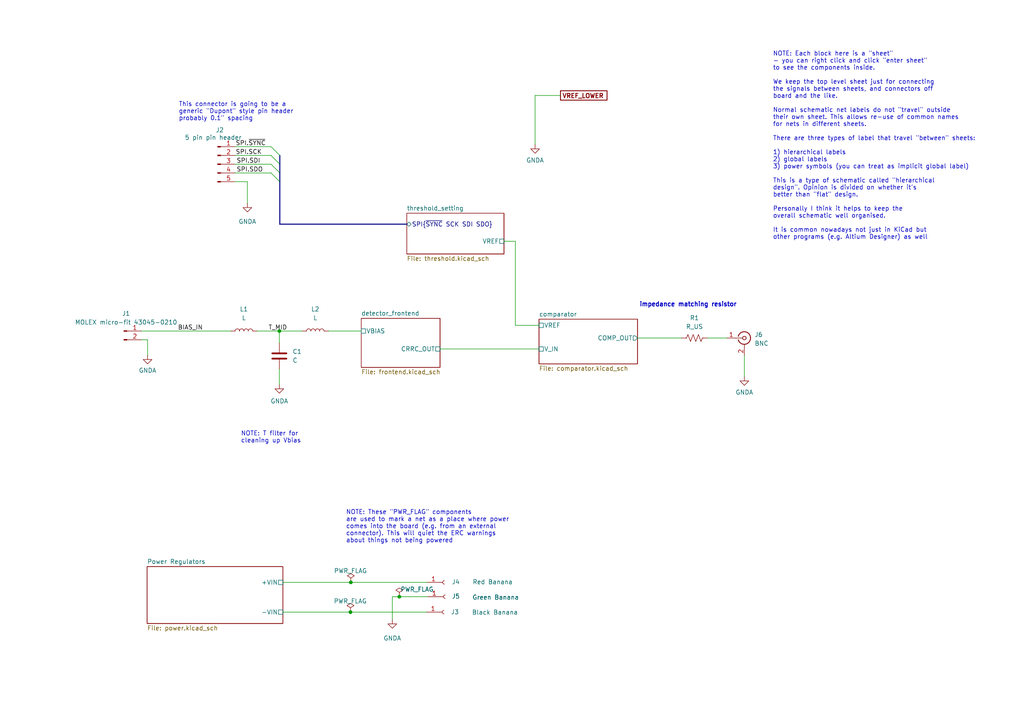
<source format=kicad_sch>
(kicad_sch (version 20231120) (generator "eeschema") (generator_version "8.0")
  (paper "A4")
  (title_block (title "AITL Simple Cosmic Ray Detector") (company "University of Oxford") (comment 1 "design by: Dan Weatherill"))
  (lib_symbols
    (symbol "Connector:Conn_01x01_Female" (pin_names (offset 1.016) hide)
      (property "Reference" "J" (at 0 2.54 0))
      (property "Value" "Conn_01x01_Female" (at 0 -2.54 0))
      (symbol "Conn_01x01_Female_1_1"
        (polyline (pts (xy -1.27 0) (xy -0.508 0)) (stroke (width 0.1524)))
        (arc (start 0 0.508) (mid -0.5058 0) (end 0 -0.508) (stroke (width 0.1524)))
        (pin passive line (at -5.08 0 0) (length 3.81) (name "Pin_1") (number "1"))
      )
    )
    (symbol "Connector:Conn_01x02_Male" (pin_names (offset 1.016) hide)
      (property "Reference" "J" (at 0 2.54 0))
      (property "Value" "Conn_01x02_Male" (at 0 -5.08 0))
      (symbol "Conn_01x02_Male_1_1"
        (polyline (pts (xy 1.27 -2.54) (xy 0.8636 -2.54)) (stroke (width 0.1524)))
        (polyline (pts (xy 1.27 0) (xy 0.8636 0)) (stroke (width 0.1524)))
        (rectangle (start 0.8636 -2.413) (end 0 -2.667) (stroke (width 0.1524)) (fill (type outline)))
        (rectangle (start 0.8636 0.127) (end 0 -0.127) (stroke (width 0.1524)) (fill (type outline)))
        (pin passive line (at 5.08 0 180) (length 3.81) (name "Pin_1") (number "1"))
        (pin passive line (at 5.08 -2.54 180) (length 3.81) (name "Pin_2") (number "2"))
      )
    )
    (symbol "Connector:Conn_01x05_Male" (pin_names (offset 1.016) hide)
      (property "Reference" "J" (at 0 7.62 0))
      (property "Value" "Conn_01x05_Male" (at 0 -7.62 0))
      (symbol "Conn_01x05_Male_1_1"
        (polyline (pts (xy 1.27 -5.08) (xy 0.8636 -5.08)) (stroke (width 0.1524)))
        (polyline (pts (xy 1.27 -2.54) (xy 0.8636 -2.54)) (stroke (width 0.1524)))
        (polyline (pts (xy 1.27 0) (xy 0.8636 0)) (stroke (width 0.1524)))
        (polyline (pts (xy 1.27 2.54) (xy 0.8636 2.54)) (stroke (width 0.1524)))
        (polyline (pts (xy 1.27 5.08) (xy 0.8636 5.08)) (stroke (width 0.1524)))
        (rectangle (start 0.8636 -4.953) (end 0 -5.207) (stroke (width 0.1524)) (fill (type outline)))
        (rectangle (start 0.8636 -2.413) (end 0 -2.667) (stroke (width 0.1524)) (fill (type outline)))
        (rectangle (start 0.8636 0.127) (end 0 -0.127) (stroke (width 0.1524)) (fill (type outline)))
        (rectangle (start 0.8636 2.667) (end 0 2.413) (stroke (width 0.1524)) (fill (type outline)))
        (rectangle (start 0.8636 5.207) (end 0 4.953) (stroke (width 0.1524)) (fill (type outline)))
        (pin passive line (at 5.08 5.08 180) (length 3.81) (name "Pin_1") (number "1"))
        (pin passive line (at 5.08 2.54 180) (length 3.81) (name "Pin_2") (number "2"))
        (pin passive line (at 5.08 0 180) (length 3.81) (name "Pin_3") (number "3"))
        (pin passive line (at 5.08 -2.54 180) (length 3.81) (name "Pin_4") (number "4"))
        (pin passive line (at 5.08 -5.08 180) (length 3.81) (name "Pin_5") (number "5"))
      )
    )
    (symbol "Connector:Conn_Coaxial" (pin_names (offset 1.016) hide)
      (property "Reference" "J" (at 0.254 3.048 0))
      (property "Value" "Conn_Coaxial" (at 2.921 0 90))
      (symbol "Conn_Coaxial_0_1"
        (arc (start -1.778 -0.508) (mid 0.2311 -1.8066) (end 1.778 0) (stroke (width 0.254)))
        (polyline (pts (xy -2.54 0) (xy -0.508 0)))
        (polyline (pts (xy 0 -2.54) (xy 0 -1.778)))
        (circle (center 0 0) (radius 0.508) (stroke (width 0.2032)))
        (arc (start 1.778 0) (mid 0.2099 1.8101) (end -1.778 0.508) (stroke (width 0.254)))
      )
      (symbol "Conn_Coaxial_1_1"
        (pin passive line (at -5.08 0 0) (length 2.54) (name "In") (number "1"))
        (pin passive line (at 0 -5.08 90) (length 2.54) (name "Ext") (number "2"))
      )
    )
    (symbol "Device:C" (pin_numbers hide) (pin_names (offset 0.254))
      (property "Reference" "C" (at 0.635 2.54 0))
      (property "Value" "C" (at 0.635 -2.54 0))
      (symbol "C_0_1"
        (polyline (pts (xy -2.032 -0.762) (xy 2.032 -0.762)) (stroke (width 0.508)))
        (polyline (pts (xy -2.032 0.762) (xy 2.032 0.762)) (stroke (width 0.508)))
      )
      (symbol "C_1_1"
        (pin passive line (at 0 3.81 270) (length 2.794) (name "~") (number "1"))
        (pin passive line (at 0 -3.81 90) (length 2.794) (name "~") (number "2"))
      )
    )
    (symbol "Device:L" (pin_numbers hide) (pin_names (offset 1.016) hide)
      (property "Reference" "L" (at -1.27 0 90))
      (property "Value" "L" (at 1.905 0 90))
      (symbol "L_0_1"
        (arc (start 0 -2.54) (mid 0.6323 -1.905) (end 0 -1.27))
        (arc (start 0 -1.27) (mid 0.6323 -0.635) (end 0 0))
        (arc (start 0 0) (mid 0.6323 0.635) (end 0 1.27))
        (arc (start 0 1.27) (mid 0.6323 1.905) (end 0 2.54))
      )
      (symbol "L_1_1"
        (pin passive line (at 0 3.81 270) (length 1.27) (name "1") (number "1"))
        (pin passive line (at 0 -3.81 90) (length 1.27) (name "2") (number "2"))
      )
    )
    (symbol "Device:R_US" (pin_numbers hide) (pin_names (offset 0))
      (property "Reference" "R" (at 2.54 0 90))
      (property "Value" "R_US" (at -2.54 0 90))
      (symbol "R_US_0_1"
        (polyline (pts (xy 0 -2.286) (xy 0 -2.54)))
        (polyline (pts (xy 0 2.286) (xy 0 2.54)))
        (polyline (pts (xy 0 -0.762) (xy 1.016 -1.143) (xy 0 -1.524) (xy -1.016 -1.905) (xy 0 -2.286)))
        (polyline (pts (xy 0 0.762) (xy 1.016 0.381) (xy 0 0) (xy -1.016 -0.381) (xy 0 -0.762)))
        (polyline (pts (xy 0 2.286) (xy 1.016 1.905) (xy 0 1.524) (xy -1.016 1.143) (xy 0 0.762)))
      )
      (symbol "R_US_1_1"
        (pin passive line (at 0 3.81 270) (length 1.27) (name "~") (number "1"))
        (pin passive line (at 0 -3.81 90) (length 1.27) (name "~") (number "2"))
      )
    )
    (symbol "power:GNDA" (power) (pin_names (offset 0))
      (property "Value" "GNDA" (at 0 -3.81 0))
      (symbol "GNDA_0_1"
        (polyline (pts (xy 0 0) (xy 0 -1.27) (xy 1.27 -1.27) (xy 0 -2.54) (xy -1.27 -1.27) (xy 0 -1.27)))
      )
      (symbol "GNDA_1_1"
        (pin power_in line (at 0 0 270) (length 0) hide (name "GNDA") (number "1"))
      )
    )
    (symbol "power:PWR_FLAG" (power) (pin_numbers hide) (pin_names (offset 0) hide)
      (property "Value" "PWR_FLAG" (at 0 3.81 0))
      (symbol "PWR_FLAG_0_0"
        (pin power_out line (at 0 0 90) (length 0) (name "pwr") (number "1"))
      )
      (symbol "PWR_FLAG_0_1"
        (polyline (pts (xy 0 0) (xy 0 1.27) (xy -1.016 1.905) (xy 0 2.54) (xy 1.016 1.905) (xy 0 1.27)))
      )
    )
  )
  (junction (at 101.6508 177.546))
  (junction (at 81.026 96.012))
  (junction (at 101.7524 168.91))
  (junction (at 115.824 173.0756))
  (bus_entry (at 81.153 52.705) (size -2.54 -2.54))
  (bus_entry (at 78.613 47.625) (size 2.54 2.54))
  (bus_entry (at 78.613 42.545) (size 2.54 2.54))
  (bus_entry (at 81.153 47.625) (size -2.54 -2.54))
  (wire (pts (xy 149.479 94.361) (xy 156.337 94.361)))
  (wire (pts (xy 71.755 52.705) (xy 71.755 58.928)))
  (wire (pts (xy 205.232 98.044) (xy 210.82 98.044)))
  (wire (pts (xy 68.199 45.085) (xy 78.613 45.085)))
  (bus (pts (xy 81.153 45.085) (xy 81.153 47.625)))
  (wire (pts (xy 215.9 103.124) (xy 215.9 109.22)))
  (wire (pts (xy 113.792 173.0756) (xy 113.792 179.6796)))
  (wire (pts (xy 146.177 69.977) (xy 149.479 69.977)))
  (wire (pts (xy 149.479 69.977) (xy 149.479 94.361)))
  (wire (pts (xy 95.25 96.012) (xy 104.775 96.012)))
  (wire (pts (xy 124.0536 173.0756) (xy 115.824 173.0756)))
  (bus (pts (xy 81.153 50.165) (xy 81.153 52.705)))
  (bus (pts (xy 81.153 52.705) (xy 81.153 65.024)))
  (wire (pts (xy 82.042 177.546) (xy 101.6508 177.546)))
  (wire (pts (xy 82.042 168.91) (xy 101.7524 168.91)))
  (wire (pts (xy 74.549 96.012) (xy 81.026 96.012)))
  (wire (pts (xy 184.912 98.044) (xy 197.612 98.044)))
  (wire (pts (xy 68.199 50.165) (xy 78.613 50.165)))
  (wire (pts (xy 68.199 42.545) (xy 78.613 42.545)))
  (wire (pts (xy 68.199 52.705) (xy 71.755 52.705)))
  (wire (pts (xy 81.026 99.441) (xy 81.026 96.012)))
  (wire (pts (xy 115.824 173.0756) (xy 113.792 173.0756)))
  (wire (pts (xy 155.194 27.686) (xy 162.56 27.686)))
  (bus (pts (xy 81.153 47.625) (xy 81.153 50.165)))
  (wire (pts (xy 101.7524 168.91) (xy 123.825 168.91)))
  (wire (pts (xy 41.021 98.552) (xy 42.799 98.552)))
  (wire (pts (xy 127.635 101.219) (xy 156.337 101.219)))
  (wire (pts (xy 41.021 96.012) (xy 66.929 96.012)))
  (wire (pts (xy 81.026 107.061) (xy 81.026 111.506)))
  (wire (pts (xy 101.6508 177.546) (xy 123.698 177.546)))
  (wire (pts (xy 81.026 96.012) (xy 87.63 96.012)))
  (bus (pts (xy 117.983 65.024) (xy 81.153 65.024)))
  (wire (pts (xy 42.799 102.997) (xy 42.799 98.552)))
  (wire (pts (xy 155.194 41.91) (xy 155.194 27.686)))
  (wire (pts (xy 68.199 47.625) (xy 78.613 47.625)))
  (text "NOTE: These \"PWR_FLAG\" components\nare used to mark a net as a place where power \ncomes into the board (e.g. from an external\nconnector). This will quiet the ERC warnings\nabout things not being powered" (at 100.33 157.607 0) (effects (font (size 1.27 1.27)) (justify left bottom)))
  (text "NOTE: Each block here is a \"sheet\"\n- you can right click and click \"enter sheet\"\nto see the components inside.\n\nWe keep the top level sheet just for connecting\nthe signals between sheets, and connectors off\nboard and the like.\n\nNormal schematic net labels do not \"travel\" outside\ntheir own sheet. This allows re-use of common names\nfor nets in different sheets. \n\nThere are three types of label that travel \"between\" sheets:\n\n1) hierarchical labels\n2) global labels\n3) power symbols (you can treat as implicit global label)\n\nThis is a type of schematic called \"hierarchical\ndesign\". Opinion is divided on whether it's\nbetter than \"flat\" design. \n\nPersonally I think it helps to keep the \noverall schematic well organised.\n\nIt is common nowadays not just in KiCad but\nother programs (e.g. Altium Designer) as well" (at 224.155 69.596 0) (effects (font (size 1.27 1.27)) (justify left bottom)))
  (text "NOTE: T filter for \ncleaning up Vbias" (at 69.85 128.651 0) (effects (font (size 1.27 1.27)) (justify left bottom)))
  (text "impedance matching resistor" (at 185.42 89.154 0) (effects (font (size 1.27 1.27) (thickness 0.254) (bold yes)) (justify left bottom)))
  (text "This connector is going to be a\ngeneric \"Dupont\" style pin header\nprobably 0.1\" spacing" (at 51.816 35.179 0) (effects (font (size 1.27 1.27)) (justify left bottom)))
  (label "SPI.SDO" (at 68.58 50.165 0))
  (label "SPI.SCK" (at 68.326 45.085 0))
  (label "SPI.~{SYNC}" (at 68.326 42.545 0))
  (label "SPI.SDI" (at 68.58 47.625 0))
  (label "BIAS_IN" (at 51.562 96.012 0))
  (label "T_MID" (at 77.8256 96.012 0))
  (global_label "VREF_LOWER" (shape passive) (at 162.56 27.686 0) (effects (font (bold yes))) (property "Intersheetrefs" "${INTERSHEET_REFS}" (effects (hide yes))))
  (symbol (lib_id "power:GNDA") (at 42.799 102.997 0) (unit 1)
    (property "Reference" "#PWR01" (effects (hide yes)))
    (property "Value" "GNDA" (at 42.799 107.442 0))
  )
  (symbol (lib_id "Connector:Conn_01x05_Male") (at 63.119 47.625 0) (unit 1)
    (property "Reference" "J2" (at 63.754 37.719 0))
    (property "Value" "5 pin pin header" (at 61.849 39.878 0))
    (property "Footprint" "Connector_PinHeader_1.27mm:PinHeader_1x05_P1.27mm_Vertical" (effects (hide yes)))
  )
  (symbol (lib_id "Device:C") (at 81.026 103.251 180) (unit 1)
    (property "Reference" "C1" (at 84.836 101.9809 0) (effects (justify right)))
    (property "Value" "C" (at 84.836 104.5209 0) (effects (justify right)))
    (property "Footprint" "Capacitor_SMD:C_1210_3225Metric" (effects (hide yes)))
  )
  (symbol (lib_id "Connector:Conn_Coaxial") (at 215.9 98.044 0) (unit 1)
    (property "Reference" "J6" (at 218.8464 97.0671 0) (effects (justify left)))
    (property "Value" "BNC" (at 218.8464 99.6071 0) (effects (justify left)))
    (property "Footprint" "cosmic_ray_detector_lib:MOLEX_731375003" (effects (hide yes)))
    (property "Datasheet" " ~" (effects (hide yes)))
    (property "MPN" "6252H7-NPP3G-50" (effects (hide yes)))
    (property "Manufacturer_Name" "Amphenol" (effects (hide yes)))
    (property "Farnell" "1076289" (effects (hide yes)))
  )
  (symbol (lib_id "power:GNDA") (at 71.755 58.928 0) (unit 1)
    (property "Reference" "#PWR02" (effects (hide yes)))
    (property "Value" "GNDA" (at 71.755 64.262 0))
  )
  (symbol (lib_id "Device:L") (at 70.739 96.012 90) (unit 1)
    (property "Reference" "L1" (at 70.739 89.662 90))
    (property "Value" "L" (at 70.739 92.202 90))
    (property "Footprint" "Inductor_SMD:L_1008_2520Metric" (effects (hide yes)))
  )
  (symbol (lib_id "power:PWR_FLAG") (at 101.7524 168.91 0) (unit 1)
    (property "Reference" "#FLG02" (effects (hide yes)))
    (property "Value" "PWR_FLAG" (at 101.6508 165.5572 0))
  )
  (symbol (lib_id "Connector:Conn_01x01_Female") (at 128.905 168.91 0) (unit 1)
    (property "Reference" "J4" (at 131.0132 168.783 0) (effects (justify left)))
    (property "Value" "Red Banana" (at 137.033 168.783 0) (effects (justify left)))
    (property "Footprint" "cosmic_ray_detector_lib:242431" (effects (hide yes)))
    (property "Farnell" "1698982" (effects (hide yes)))
    (property "MPN" "24.243.1" (effects (hide yes)))
    (property "Manufacturer_Name" "Multicomp" (effects (hide yes)))
  )
  (symbol (lib_id "Connector:Conn_01x02_Male") (at 35.941 96.012 0) (unit 1)
    (property "Reference" "J1" (at 36.576 90.932 0))
    (property "Value" "MOLEX micro-fit 43045-0210" (at 36.576 93.472 0))
    (property "Footprint" "cosmic_ray_detector_lib:4304502_09" (effects (hide yes)))
  )
  (symbol (lib_id "power:PWR_FLAG") (at 115.824 173.0756 0) (unit 1)
    (property "Reference" "#FLG03" (effects (hide yes)))
    (property "Value" "PWR_FLAG" (at 120.9548 170.942 0))
  )
  (symbol (lib_id "Device:L") (at 91.44 96.012 90) (unit 1)
    (property "Reference" "L2" (at 91.44 89.662 90))
    (property "Value" "L" (at 91.44 92.202 90))
    (property "Footprint" "Inductor_SMD:L_1008_2520Metric" (effects (hide yes)))
  )
  (symbol (lib_id "Connector:Conn_01x01_Female") (at 129.1336 173.0756 0) (unit 1)
    (property "Reference" "J5" (at 131.0132 172.9486 0) (effects (justify left)))
    (property "Value" "Green Banana" (at 136.9822 173.2534 0) (effects (justify left)))
    (property "Footprint" "cosmic_ray_detector_lib:242434" (effects (hide yes)))
    (property "Farnell" "1698986" (effects (hide yes)))
    (property "MPN" "24.243.4" (effects (hide yes)))
    (property "Manufacturer_Name" "Multicomp" (effects (hide yes)))
  )
  (symbol (lib_id "power:GNDA") (at 113.792 179.6796 0) (unit 1)
    (property "Reference" "#PWR04" (effects (hide yes)))
    (property "Value" "GNDA" (at 113.792 185.1152 0))
  )
  (symbol (lib_id "power:GNDA") (at 81.026 111.506 0) (unit 1)
    (property "Reference" "#PWR03" (effects (hide yes)))
    (property "Value" "GNDA" (at 81.026 116.332 0))
  )
  (symbol (lib_id "power:PWR_FLAG") (at 101.6508 177.546 0) (unit 1)
    (property "Reference" "#FLG01" (effects (hide yes)))
    (property "Value" "PWR_FLAG" (at 101.6 174.3456 0))
  )
  (symbol (lib_id "power:GNDA") (at 215.9 109.22 0) (unit 1)
    (property "Reference" "#PWR06" (effects (hide yes)))
    (property "Value" "GNDA" (at 215.9 113.792 0))
  )
  (symbol (lib_id "Connector:Conn_01x01_Female") (at 128.778 177.546 0) (unit 1)
    (property "Reference" "J3" (at 130.7592 177.4952 0) (effects (justify left)))
    (property "Value" "Black Banana" (at 136.8552 177.5968 0) (effects (justify left)))
    (property "Footprint" "cosmic_ray_detector_lib:242432" (effects (hide yes)))
    (property "Farnell" "1698983" (effects (hide yes)))
    (property "MPN" "24.243.2" (effects (hide yes)))
    (property "Manufacturer_Name" "Multicomp" (effects (hide yes)))
  )
  (symbol (lib_id "Device:R_US") (at 201.422 98.044 90) (unit 1)
    (property "Reference" "R1" (at 201.422 92.202 90))
    (property "Value" "R_US" (at 201.422 94.742 90))
    (property "Footprint" "Resistor_SMD:R_0402_1005Metric" (effects (hide yes)))
  )
  (symbol (lib_id "power:GNDA") (at 155.194 41.91 0) (unit 1)
    (property "Reference" "#PWR05" (effects (hide yes)))
    (property "Value" "GNDA" (at 155.194 46.482 0))
  )
  (sheet (at 117.983 61.849) (size 28.194 11.811) (stroke (width 0.1524))
    (property "Sheetname" "threshold_setting" (at 117.983 61.1374 0) (effects (justify left bottom)))
    (property "Sheetfile" "threshold.kicad_sch" (at 117.983 74.2446 0) (effects (justify left top)))
    (pin "VREF" passive (at 146.177 69.977 0))
    (pin "SPI{~{SYNC} SCK SDI SDO}" bidirectional (at 117.983 65.024 180))
  )
  (sheet (at 104.775 92.329) (size 22.86 14.224) (stroke (width 0.1524))
    (property "Sheetname" "detector_frontend" (at 104.775 91.6174 0) (effects (justify left bottom)))
    (property "Sheetfile" "frontend.kicad_sch" (at 104.775 107.1376 0) (effects (justify left top)))
    (pin "VBIAS" passive (at 104.775 96.012 180))
    (pin "CRRC_OUT" passive (at 127.635 101.219 0))
  )
  (sheet (at 156.337 92.583) (size 28.575 12.954) (stroke (width 0.1524))
    (property "Sheetname" "comparator" (at 156.337 91.8714 0) (effects (justify left bottom)))
    (property "Sheetfile" "comparator.kicad_sch" (at 156.337 106.1216 0) (effects (justify left top)))
    (pin "V_IN" passive (at 156.337 101.219 180))
    (pin "VREF" passive (at 156.337 94.361 180))
    (pin "COMP_OUT" output (at 184.912 98.044 0))
  )
  (sheet (at 42.672 164.338) (size 39.37 16.51) (stroke (width 0.1524))
    (property "Sheetname" "Power Regulators" (at 42.672 163.6264 0) (effects (justify left bottom)))
    (property "Sheetfile" "power.kicad_sch" (at 42.672 181.4326 0) (effects (justify left top)))
    (pin "+VIN" passive (at 82.042 168.91 0))
    (pin "-VIN" passive (at 82.042 177.546 0))
  )
)
</source>
